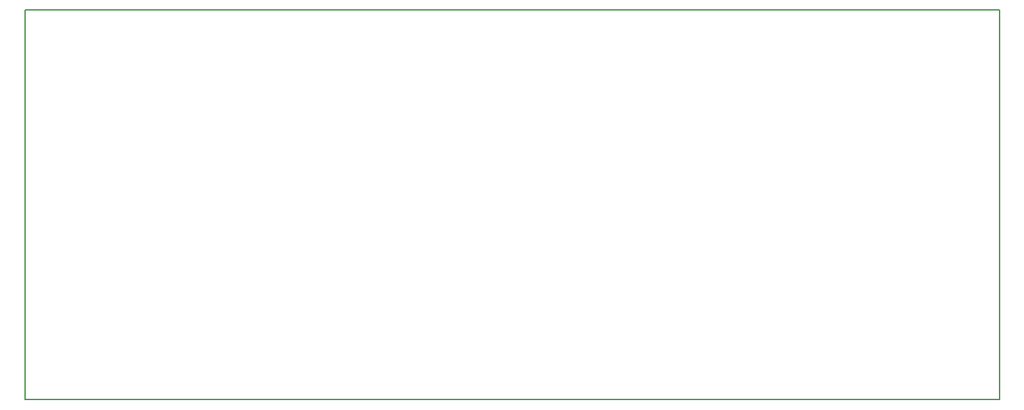
<source format=gko>
%FSLAX44Y44*%
%MOMM*%
G71*
G01*
G75*
G04 Layer_Color=16711935*
%ADD10O,1.7000X0.3500*%
%ADD11R,0.7620X0.7620*%
%ADD12O,1.0000X0.3000*%
%ADD13P,1.0776X4X180.0*%
G04:AMPARAMS|DCode=14|XSize=0.35mm|YSize=1.8mm|CornerRadius=0mm|HoleSize=0mm|Usage=FLASHONLY|Rotation=225.000|XOffset=0mm|YOffset=0mm|HoleType=Round|Shape=Round|*
%AMOVALD14*
21,1,1.4500,0.3500,0.0000,0.0000,315.0*
1,1,0.3500,-0.5127,0.5127*
1,1,0.3500,0.5127,-0.5127*
%
%ADD14OVALD14*%

G04:AMPARAMS|DCode=15|XSize=0.3mm|YSize=1.8mm|CornerRadius=0mm|HoleSize=0mm|Usage=FLASHONLY|Rotation=135.000|XOffset=0mm|YOffset=0mm|HoleType=Round|Shape=Round|*
%AMOVALD15*
21,1,1.5000,0.3000,0.0000,0.0000,225.0*
1,1,0.3000,0.5303,0.5303*
1,1,0.3000,-0.5303,-0.5303*
%
%ADD15OVALD15*%

G04:AMPARAMS|DCode=16|XSize=0.3mm|YSize=1.8mm|CornerRadius=0mm|HoleSize=0mm|Usage=FLASHONLY|Rotation=45.000|XOffset=0mm|YOffset=0mm|HoleType=Round|Shape=Round|*
%AMOVALD16*
21,1,1.5000,0.3000,0.0000,0.0000,135.0*
1,1,0.3000,0.5303,-0.5303*
1,1,0.3000,-0.5303,0.5303*
%
%ADD16OVALD16*%

%ADD17P,1.0776X4X90.0*%
%ADD18O,0.3000X1.9000*%
%ADD19C,0.2000*%
%ADD20C,0.3000*%
%ADD21R,2.1650X2.4540*%
%ADD22R,2.4665X2.5737*%
%ADD23R,2.1110X2.7620*%
%ADD24R,2.0555X2.7112*%
%ADD25C,1.5240*%
%ADD26C,6.3500*%
%ADD27C,1.7780*%
%ADD28R,1.7780X1.7780*%
%ADD29R,1.5240X1.5240*%
%ADD30R,1.7780X1.7780*%
%ADD31C,0.5000*%
%ADD32C,0.6600*%
%ADD33R,1.5000X1.3000*%
G04:AMPARAMS|DCode=34|XSize=0.7mm|YSize=2.1mm|CornerRadius=0mm|HoleSize=0mm|Usage=FLASHONLY|Rotation=135.000|XOffset=0mm|YOffset=0mm|HoleType=Round|Shape=Round|*
%AMOVALD34*
21,1,1.4000,0.7000,0.0000,0.0000,225.0*
1,1,0.7000,0.4950,0.4950*
1,1,0.7000,-0.4950,-0.4950*
%
%ADD34OVALD34*%

%ADD35R,0.7620X0.7620*%
G04:AMPARAMS|DCode=36|XSize=1.016mm|YSize=1.27mm|CornerRadius=0mm|HoleSize=0mm|Usage=FLASHONLY|Rotation=225.000|XOffset=0mm|YOffset=0mm|HoleType=Round|Shape=Rectangle|*
%AMROTATEDRECTD36*
4,1,4,-0.0898,0.8082,0.8082,-0.0898,0.0898,-0.8082,-0.8082,0.0898,-0.0898,0.8082,0.0*
%
%ADD36ROTATEDRECTD36*%

G04:AMPARAMS|DCode=37|XSize=1.3mm|YSize=2mm|CornerRadius=0mm|HoleSize=0mm|Usage=FLASHONLY|Rotation=315.000|XOffset=0mm|YOffset=0mm|HoleType=Round|Shape=Rectangle|*
%AMROTATEDRECTD37*
4,1,4,-1.1667,-0.2475,0.2475,1.1667,1.1667,0.2475,-0.2475,-1.1667,-1.1667,-0.2475,0.0*
%
%ADD37ROTATEDRECTD37*%

G04:AMPARAMS|DCode=38|XSize=1.3mm|YSize=2mm|CornerRadius=0mm|HoleSize=0mm|Usage=FLASHONLY|Rotation=315.000|XOffset=0mm|YOffset=0mm|HoleType=Round|Shape=Round|*
%AMOVALD38*
21,1,0.7000,1.3000,0.0000,0.0000,45.0*
1,1,1.3000,-0.2475,-0.2475*
1,1,1.3000,0.2475,0.2475*
%
%ADD38OVALD38*%

%ADD39R,1.6500X2.3000*%
%ADD40O,0.8000X0.3000*%
%ADD41O,0.3000X0.8000*%
%ADD42R,1.6000X1.6000*%
%ADD43R,1.2700X1.0160*%
G04:AMPARAMS|DCode=44|XSize=1.016mm|YSize=1.27mm|CornerRadius=0mm|HoleSize=0mm|Usage=FLASHONLY|Rotation=135.000|XOffset=0mm|YOffset=0mm|HoleType=Round|Shape=Rectangle|*
%AMROTATEDRECTD44*
4,1,4,0.8082,0.0898,-0.0898,-0.8082,-0.8082,-0.0898,0.0898,0.8082,0.8082,0.0898,0.0*
%
%ADD44ROTATEDRECTD44*%

%ADD45R,1.0160X1.2700*%
%ADD46R,1.3000X1.5000*%
%ADD47C,0.4000*%
%ADD48C,2.0000*%
%ADD49C,0.1270*%
%ADD50C,0.6000*%
%ADD51C,0.2500*%
%ADD52C,0.2540*%
%ADD53C,0.1500*%
%ADD54C,0.5000*%
%ADD55O,1.9032X0.5532*%
%ADD56R,0.9652X0.9652*%
%ADD57O,1.2032X0.5032*%
%ADD58P,1.3650X4X180.0*%
G04:AMPARAMS|DCode=59|XSize=0.5532mm|YSize=2.0032mm|CornerRadius=0mm|HoleSize=0mm|Usage=FLASHONLY|Rotation=225.000|XOffset=0mm|YOffset=0mm|HoleType=Round|Shape=Round|*
%AMOVALD59*
21,1,1.4500,0.5532,0.0000,0.0000,315.0*
1,1,0.5532,-0.5127,0.5127*
1,1,0.5532,0.5127,-0.5127*
%
%ADD59OVALD59*%

G04:AMPARAMS|DCode=60|XSize=0.5032mm|YSize=2.0032mm|CornerRadius=0mm|HoleSize=0mm|Usage=FLASHONLY|Rotation=135.000|XOffset=0mm|YOffset=0mm|HoleType=Round|Shape=Round|*
%AMOVALD60*
21,1,1.5000,0.5032,0.0000,0.0000,225.0*
1,1,0.5032,0.5303,0.5303*
1,1,0.5032,-0.5303,-0.5303*
%
%ADD60OVALD60*%

G04:AMPARAMS|DCode=61|XSize=0.5032mm|YSize=2.0032mm|CornerRadius=0mm|HoleSize=0mm|Usage=FLASHONLY|Rotation=45.000|XOffset=0mm|YOffset=0mm|HoleType=Round|Shape=Round|*
%AMOVALD61*
21,1,1.5000,0.5032,0.0000,0.0000,135.0*
1,1,0.5032,0.5303,-0.5303*
1,1,0.5032,-0.5303,0.5303*
%
%ADD61OVALD61*%

%ADD62P,1.3650X4X90.0*%
%ADD63O,0.5032X2.1032*%
%ADD64C,1.7272*%
%ADD65C,6.5532*%
%ADD66C,1.9812*%
%ADD67R,1.9812X1.9812*%
%ADD68R,1.7272X1.7272*%
%ADD69R,1.9812X1.9812*%
%ADD70R,1.7032X1.5032*%
G04:AMPARAMS|DCode=71|XSize=0.9032mm|YSize=2.3032mm|CornerRadius=0mm|HoleSize=0mm|Usage=FLASHONLY|Rotation=135.000|XOffset=0mm|YOffset=0mm|HoleType=Round|Shape=Round|*
%AMOVALD71*
21,1,1.4000,0.9032,0.0000,0.0000,225.0*
1,1,0.9032,0.4950,0.4950*
1,1,0.9032,-0.4950,-0.4950*
%
%ADD71OVALD71*%

%ADD72R,0.9652X0.9652*%
G04:AMPARAMS|DCode=73|XSize=1.2192mm|YSize=1.4732mm|CornerRadius=0mm|HoleSize=0mm|Usage=FLASHONLY|Rotation=225.000|XOffset=0mm|YOffset=0mm|HoleType=Round|Shape=Rectangle|*
%AMROTATEDRECTD73*
4,1,4,-0.0898,0.9519,0.9519,-0.0898,0.0898,-0.9519,-0.9519,0.0898,-0.0898,0.9519,0.0*
%
%ADD73ROTATEDRECTD73*%

G04:AMPARAMS|DCode=74|XSize=1.5032mm|YSize=2.2032mm|CornerRadius=0mm|HoleSize=0mm|Usage=FLASHONLY|Rotation=315.000|XOffset=0mm|YOffset=0mm|HoleType=Round|Shape=Rectangle|*
%AMROTATEDRECTD74*
4,1,4,-1.3104,-0.2475,0.2475,1.3104,1.3104,0.2475,-0.2475,-1.3104,-1.3104,-0.2475,0.0*
%
%ADD74ROTATEDRECTD74*%

G04:AMPARAMS|DCode=75|XSize=1.5032mm|YSize=2.2032mm|CornerRadius=0mm|HoleSize=0mm|Usage=FLASHONLY|Rotation=315.000|XOffset=0mm|YOffset=0mm|HoleType=Round|Shape=Round|*
%AMOVALD75*
21,1,0.7000,1.5032,0.0000,0.0000,45.0*
1,1,1.5032,-0.2475,-0.2475*
1,1,1.5032,0.2475,0.2475*
%
%ADD75OVALD75*%

%ADD76R,1.8532X2.5032*%
%ADD77O,1.0032X0.5032*%
%ADD78O,0.5032X1.0032*%
%ADD79R,1.8032X1.8032*%
%ADD80R,1.4732X1.2192*%
G04:AMPARAMS|DCode=81|XSize=1.2192mm|YSize=1.4732mm|CornerRadius=0mm|HoleSize=0mm|Usage=FLASHONLY|Rotation=135.000|XOffset=0mm|YOffset=0mm|HoleType=Round|Shape=Rectangle|*
%AMROTATEDRECTD81*
4,1,4,0.9519,0.0898,-0.0898,-0.9519,-0.9519,-0.0898,0.0898,0.9519,0.9519,0.0898,0.0*
%
%ADD81ROTATEDRECTD81*%

%ADD82R,1.2192X1.4732*%
%ADD83R,1.5032X1.7032*%
%ADD84C,0.1981*%
%ADD85C,0.2032*%
%ADD86C,0.1016*%
%ADD87R,2.5303X2.5400*%
D19*
X0Y0D02*
Y500000D01*
X1250000D01*
Y0D02*
Y500000D01*
X0Y0D02*
X1250000D01*
M02*

</source>
